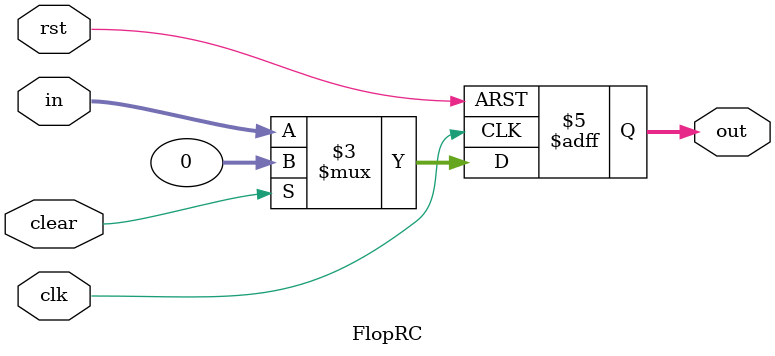
<source format=v>
`timescale 1ns / 1ps


module FlopRC #(parameter WIDTH = 32)(
    input wire clk,
    input wire rst,
    input wire clear,
    input wire [WIDTH-1:0] in,
    output reg [WIDTH-1:0] out
    );

    always @(posedge clk, posedge rst) begin
        if (rst) begin
            out <= {WIDTH{1'b0}};
        end else if (clear) begin
            out <= {WIDTH{1'b0}};
        end else begin
            out <= in;
        end
    end

endmodule
</source>
